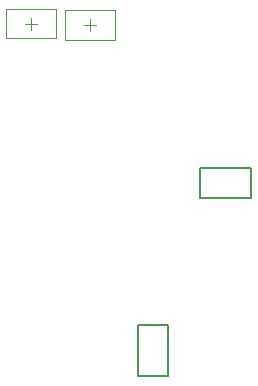
<source format=gbr>
G04*
G04 #@! TF.GenerationSoftware,Altium Limited,Altium Designer,24.2.2 (26)*
G04*
G04 Layer_Color=16711935*
%FSLAX44Y44*%
%MOMM*%
G71*
G04*
G04 #@! TF.SameCoordinates,251A4116-46B9-4EB5-9C36-AF9AACF17162*
G04*
G04*
G04 #@! TF.FilePolarity,Positive*
G04*
G01*
G75*
%ADD12C,0.2000*%
%ADD104C,0.1000*%
%ADD105C,0.0500*%
D12*
X418673Y593009D02*
Y618571D01*
X375611Y593009D02*
X418673D01*
X375611D02*
Y618571D01*
X418673D01*
X322499Y485449D02*
X348061D01*
Y442387D02*
Y485449D01*
X322499Y442387D02*
X348061D01*
X322499D02*
Y485449D01*
D104*
X276940Y739140D02*
X286940D01*
X281940Y734140D02*
Y744140D01*
X227410Y740410D02*
X237410D01*
X232410Y735410D02*
Y745410D01*
D105*
X260940Y726640D02*
Y751640D01*
X302940Y726640D02*
Y751640D01*
X260940Y726640D02*
X302940D01*
X260940Y751640D02*
X302940D01*
X211410Y727910D02*
Y752910D01*
X253410Y727910D02*
Y752910D01*
X211410Y727910D02*
X253410D01*
X211410Y752910D02*
X253410D01*
M02*

</source>
